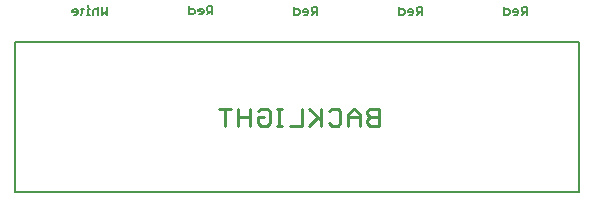
<source format=gbo>
G75*
%MOIN*%
%OFA0B0*%
%FSLAX25Y25*%
%IPPOS*%
%LPD*%
%AMOC8*
5,1,8,0,0,1.08239X$1,22.5*
%
%ADD10C,0.00600*%
%ADD11C,0.01100*%
%ADD12C,0.00500*%
D10*
X0067000Y0051000D02*
X0067000Y0101000D01*
X0255000Y0101000D01*
X0255000Y0051000D01*
X0067000Y0051000D01*
D11*
X0135009Y0078955D02*
X0138946Y0078955D01*
X0136977Y0078955D02*
X0136977Y0073050D01*
X0141454Y0073050D02*
X0141454Y0078955D01*
X0141454Y0076003D02*
X0145391Y0076003D01*
X0147900Y0076003D02*
X0149868Y0076003D01*
X0147900Y0076003D02*
X0147900Y0074034D01*
X0148884Y0073050D01*
X0150852Y0073050D01*
X0151837Y0074034D01*
X0151837Y0077971D01*
X0150852Y0078955D01*
X0148884Y0078955D01*
X0147900Y0077971D01*
X0145391Y0078955D02*
X0145391Y0073050D01*
X0154165Y0073050D02*
X0156134Y0073050D01*
X0155149Y0073050D02*
X0155149Y0078955D01*
X0154165Y0078955D02*
X0156134Y0078955D01*
X0162579Y0078955D02*
X0162579Y0073050D01*
X0158642Y0073050D01*
X0165088Y0073050D02*
X0168040Y0076003D01*
X0169025Y0075018D02*
X0165088Y0078955D01*
X0169025Y0078955D02*
X0169025Y0073050D01*
X0171533Y0074034D02*
X0172518Y0073050D01*
X0174486Y0073050D01*
X0175470Y0074034D01*
X0175470Y0077971D01*
X0174486Y0078955D01*
X0172518Y0078955D01*
X0171533Y0077971D01*
X0177979Y0076987D02*
X0177979Y0073050D01*
X0181916Y0073050D02*
X0181916Y0076987D01*
X0179947Y0078955D01*
X0177979Y0076987D01*
X0177979Y0076003D02*
X0181916Y0076003D01*
X0184424Y0076987D02*
X0185409Y0076003D01*
X0188361Y0076003D01*
X0185409Y0076003D02*
X0184424Y0075018D01*
X0184424Y0074034D01*
X0185409Y0073050D01*
X0188361Y0073050D01*
X0188361Y0078955D01*
X0185409Y0078955D01*
X0184424Y0077971D01*
X0184424Y0076987D01*
D12*
X0195055Y0110250D02*
X0196407Y0110250D01*
X0196857Y0110700D01*
X0196857Y0111601D01*
X0196407Y0112052D01*
X0195055Y0112052D01*
X0195055Y0112952D02*
X0195055Y0110250D01*
X0198002Y0111151D02*
X0199803Y0111151D01*
X0199803Y0111601D02*
X0199353Y0112052D01*
X0198452Y0112052D01*
X0198002Y0111601D01*
X0198002Y0111151D01*
X0198452Y0110250D02*
X0199353Y0110250D01*
X0199803Y0110700D01*
X0199803Y0111601D01*
X0200948Y0111601D02*
X0200948Y0112502D01*
X0201399Y0112952D01*
X0202750Y0112952D01*
X0202750Y0110250D01*
X0202750Y0111151D02*
X0201399Y0111151D01*
X0200948Y0111601D01*
X0201849Y0111151D02*
X0200948Y0110250D01*
X0230055Y0110250D02*
X0231407Y0110250D01*
X0231857Y0110700D01*
X0231857Y0111601D01*
X0231407Y0112052D01*
X0230055Y0112052D01*
X0230055Y0112952D02*
X0230055Y0110250D01*
X0233002Y0111151D02*
X0234803Y0111151D01*
X0234803Y0111601D02*
X0234353Y0112052D01*
X0233452Y0112052D01*
X0233002Y0111601D01*
X0233002Y0111151D01*
X0233452Y0110250D02*
X0234353Y0110250D01*
X0234803Y0110700D01*
X0234803Y0111601D01*
X0235948Y0111601D02*
X0235948Y0112502D01*
X0236399Y0112952D01*
X0237750Y0112952D01*
X0237750Y0110250D01*
X0237750Y0111151D02*
X0236399Y0111151D01*
X0235948Y0111601D01*
X0236849Y0111151D02*
X0235948Y0110250D01*
X0167750Y0110250D02*
X0167750Y0112952D01*
X0166399Y0112952D01*
X0165948Y0112502D01*
X0165948Y0111601D01*
X0166399Y0111151D01*
X0167750Y0111151D01*
X0166849Y0111151D02*
X0165948Y0110250D01*
X0164803Y0110700D02*
X0164803Y0111601D01*
X0164353Y0112052D01*
X0163452Y0112052D01*
X0163002Y0111601D01*
X0163002Y0111151D01*
X0164803Y0111151D01*
X0164803Y0110700D02*
X0164353Y0110250D01*
X0163452Y0110250D01*
X0161857Y0110700D02*
X0161857Y0111601D01*
X0161407Y0112052D01*
X0160055Y0112052D01*
X0160055Y0112952D02*
X0160055Y0110250D01*
X0161407Y0110250D01*
X0161857Y0110700D01*
X0132764Y0111246D02*
X0131413Y0111262D01*
X0130968Y0111718D01*
X0130979Y0112619D01*
X0131435Y0113064D01*
X0132786Y0113047D01*
X0132753Y0110345D01*
X0131863Y0111257D02*
X0130952Y0110367D01*
X0129812Y0110831D02*
X0129823Y0111732D01*
X0129378Y0112188D01*
X0128478Y0112199D01*
X0128022Y0111754D01*
X0128016Y0111304D01*
X0129818Y0111282D01*
X0129812Y0110831D02*
X0129356Y0110387D01*
X0128456Y0110398D01*
X0126866Y0110867D02*
X0126877Y0111768D01*
X0126432Y0112224D01*
X0125081Y0112241D01*
X0125092Y0113141D02*
X0125059Y0110439D01*
X0126410Y0110423D01*
X0126866Y0110867D01*
X0097750Y0110250D02*
X0096849Y0111151D01*
X0095948Y0110250D01*
X0095948Y0112952D01*
X0094803Y0112952D02*
X0094803Y0110250D01*
X0094803Y0111601D02*
X0094353Y0112052D01*
X0093452Y0112052D01*
X0093002Y0111601D01*
X0093002Y0110250D01*
X0091857Y0110250D02*
X0090956Y0110250D01*
X0091407Y0110250D02*
X0091407Y0112052D01*
X0091857Y0112052D01*
X0091407Y0112952D02*
X0091407Y0113403D01*
X0089893Y0112052D02*
X0088992Y0112052D01*
X0089442Y0112502D02*
X0089442Y0110700D01*
X0088992Y0110250D01*
X0087928Y0110700D02*
X0087928Y0111601D01*
X0087478Y0112052D01*
X0086577Y0112052D01*
X0086127Y0111601D01*
X0086127Y0111151D01*
X0087928Y0111151D01*
X0087928Y0110700D02*
X0087478Y0110250D01*
X0086577Y0110250D01*
X0097750Y0110250D02*
X0097750Y0112952D01*
M02*

</source>
